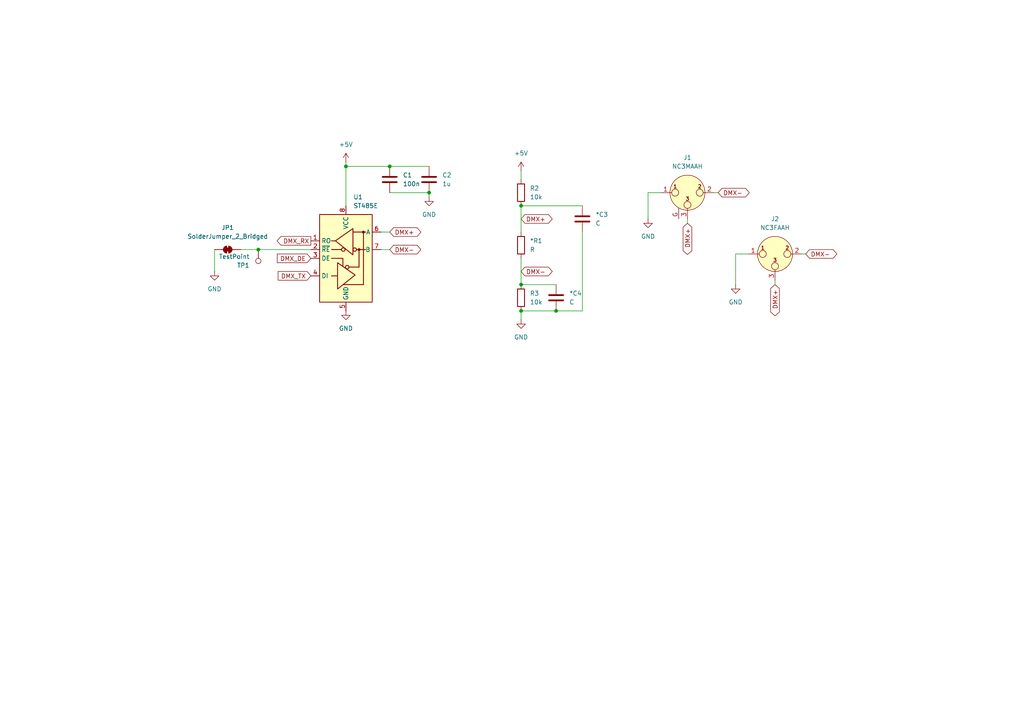
<source format=kicad_sch>
(kicad_sch
	(version 20250114)
	(generator "eeschema")
	(generator_version "9.0")
	(uuid "2753b972-6486-4cbd-a582-cd005e712118")
	(paper "A4")
	(lib_symbols
		(symbol "Connector:TestPoint"
			(pin_numbers
				(hide yes)
			)
			(pin_names
				(offset 0.762)
				(hide yes)
			)
			(exclude_from_sim no)
			(in_bom yes)
			(on_board yes)
			(property "Reference" "TP"
				(at 0 6.858 0)
				(effects
					(font
						(size 1.27 1.27)
					)
				)
			)
			(property "Value" "TestPoint"
				(at 0 5.08 0)
				(effects
					(font
						(size 1.27 1.27)
					)
				)
			)
			(property "Footprint" ""
				(at 5.08 0 0)
				(effects
					(font
						(size 1.27 1.27)
					)
					(hide yes)
				)
			)
			(property "Datasheet" "~"
				(at 5.08 0 0)
				(effects
					(font
						(size 1.27 1.27)
					)
					(hide yes)
				)
			)
			(property "Description" "test point"
				(at 0 0 0)
				(effects
					(font
						(size 1.27 1.27)
					)
					(hide yes)
				)
			)
			(property "ki_keywords" "test point tp"
				(at 0 0 0)
				(effects
					(font
						(size 1.27 1.27)
					)
					(hide yes)
				)
			)
			(property "ki_fp_filters" "Pin* Test*"
				(at 0 0 0)
				(effects
					(font
						(size 1.27 1.27)
					)
					(hide yes)
				)
			)
			(symbol "TestPoint_0_1"
				(circle
					(center 0 3.302)
					(radius 0.762)
					(stroke
						(width 0)
						(type default)
					)
					(fill
						(type none)
					)
				)
			)
			(symbol "TestPoint_1_1"
				(pin passive line
					(at 0 0 90)
					(length 2.54)
					(name "1"
						(effects
							(font
								(size 1.27 1.27)
							)
						)
					)
					(number "1"
						(effects
							(font
								(size 1.27 1.27)
							)
						)
					)
				)
			)
			(embedded_fonts no)
		)
		(symbol "Connector_Audio:NC3FAAH"
			(pin_names
				(hide yes)
			)
			(exclude_from_sim no)
			(in_bom yes)
			(on_board yes)
			(property "Reference" "J"
				(at 0 8.89 0)
				(effects
					(font
						(size 1.27 1.27)
					)
				)
			)
			(property "Value" "NC3FAAH"
				(at 0 6.35 0)
				(effects
					(font
						(size 1.27 1.27)
					)
				)
			)
			(property "Footprint" "Connector_Audio:Jack_XLR_Neutrik_NC3FAAH_Horizontal"
				(at 0 0 0)
				(effects
					(font
						(size 1.27 1.27)
					)
					(hide yes)
				)
			)
			(property "Datasheet" "https://www.neutrik.com/en/product/nc3faah"
				(at 0 0 0)
				(effects
					(font
						(size 1.27 1.27)
					)
					(hide yes)
				)
			)
			(property "Description" "AA Series, 3 pole female XLR receptacle, grounding: without ground/shell contact, horizontal PCB mount"
				(at 0 0 0)
				(effects
					(font
						(size 1.27 1.27)
					)
					(hide yes)
				)
			)
			(property "ki_keywords" "xlr connector neutrik"
				(at 0 0 0)
				(effects
					(font
						(size 1.27 1.27)
					)
					(hide yes)
				)
			)
			(property "ki_fp_filters" "Jack*XLR*"
				(at 0 0 0)
				(effects
					(font
						(size 1.27 1.27)
					)
					(hide yes)
				)
			)
			(symbol "NC3FAAH_0_1"
				(polyline
					(pts
						(xy -5.08 0) (xy -4.572 0)
					)
					(stroke
						(width 0)
						(type default)
					)
					(fill
						(type none)
					)
				)
				(circle
					(center -3.556 0)
					(radius 1.016)
					(stroke
						(width 0)
						(type default)
					)
					(fill
						(type none)
					)
				)
				(circle
					(center 0 0)
					(radius 5.08)
					(stroke
						(width 0)
						(type default)
					)
					(fill
						(type background)
					)
				)
				(circle
					(center 0 -3.556)
					(radius 1.016)
					(stroke
						(width 0)
						(type default)
					)
					(fill
						(type none)
					)
				)
				(polyline
					(pts
						(xy 0 -5.08) (xy 0 -4.572)
					)
					(stroke
						(width 0)
						(type default)
					)
					(fill
						(type none)
					)
				)
				(circle
					(center 3.556 0)
					(radius 1.016)
					(stroke
						(width 0)
						(type default)
					)
					(fill
						(type none)
					)
				)
				(polyline
					(pts
						(xy 5.08 0) (xy 4.572 0)
					)
					(stroke
						(width 0)
						(type default)
					)
					(fill
						(type none)
					)
				)
				(text "1"
					(at -3.556 1.778 0)
					(effects
						(font
							(size 1.016 1.016)
							(bold yes)
						)
					)
				)
				(text "3"
					(at 0 -1.778 0)
					(effects
						(font
							(size 1.016 1.016)
							(bold yes)
						)
					)
				)
				(text "2"
					(at 3.556 1.778 0)
					(effects
						(font
							(size 1.016 1.016)
							(bold yes)
						)
					)
				)
				(pin passive line
					(at -7.62 0 0)
					(length 2.54)
					(name "~"
						(effects
							(font
								(size 1.27 1.27)
							)
						)
					)
					(number "1"
						(effects
							(font
								(size 1.27 1.27)
							)
						)
					)
				)
				(pin passive line
					(at 0 -7.62 90)
					(length 2.54)
					(name "~"
						(effects
							(font
								(size 1.27 1.27)
							)
						)
					)
					(number "3"
						(effects
							(font
								(size 1.27 1.27)
							)
						)
					)
				)
				(pin passive line
					(at 7.62 0 180)
					(length 2.54)
					(name "~"
						(effects
							(font
								(size 1.27 1.27)
							)
						)
					)
					(number "2"
						(effects
							(font
								(size 1.27 1.27)
							)
						)
					)
				)
			)
			(embedded_fonts no)
		)
		(symbol "Connector_Audio:NC3MAAH"
			(pin_names
				(hide yes)
			)
			(exclude_from_sim no)
			(in_bom yes)
			(on_board yes)
			(property "Reference" "J"
				(at 0 8.89 0)
				(effects
					(font
						(size 1.27 1.27)
					)
				)
			)
			(property "Value" "NC3MAAH"
				(at 0 6.35 0)
				(effects
					(font
						(size 1.27 1.27)
					)
				)
			)
			(property "Footprint" "Connector_Audio:Jack_XLR_Neutrik_NC3MAAH_Horizontal"
				(at 0 0 0)
				(effects
					(font
						(size 1.27 1.27)
					)
					(hide yes)
				)
			)
			(property "Datasheet" "https://www.neutrik.com/en/product/nc3maah"
				(at 0 0 0)
				(effects
					(font
						(size 1.27 1.27)
					)
					(hide yes)
				)
			)
			(property "Description" "AA Series, 3 pole male XLR receptacle, grounding: separate ground contact to mating connector shell and front panel, horizontal PCB mount"
				(at 0 0 0)
				(effects
					(font
						(size 1.27 1.27)
					)
					(hide yes)
				)
			)
			(property "ki_keywords" "xlr connector neutrik"
				(at 0 0 0)
				(effects
					(font
						(size 1.27 1.27)
					)
					(hide yes)
				)
			)
			(property "ki_fp_filters" "Jack*XLR*"
				(at 0 0 0)
				(effects
					(font
						(size 1.27 1.27)
					)
					(hide yes)
				)
			)
			(symbol "NC3MAAH_0_1"
				(polyline
					(pts
						(xy -5.08 0) (xy -4.572 0)
					)
					(stroke
						(width 0)
						(type default)
					)
					(fill
						(type none)
					)
				)
				(circle
					(center -3.556 0)
					(radius 1.016)
					(stroke
						(width 0)
						(type default)
					)
					(fill
						(type none)
					)
				)
				(polyline
					(pts
						(xy -2.54 -5.08) (xy -2.54 -4.445)
					)
					(stroke
						(width 0)
						(type default)
					)
					(fill
						(type none)
					)
				)
				(circle
					(center 0 0)
					(radius 5.08)
					(stroke
						(width 0)
						(type default)
					)
					(fill
						(type background)
					)
				)
				(circle
					(center 0 -3.556)
					(radius 1.016)
					(stroke
						(width 0)
						(type default)
					)
					(fill
						(type none)
					)
				)
				(polyline
					(pts
						(xy 0 -5.08) (xy 0 -4.572)
					)
					(stroke
						(width 0)
						(type default)
					)
					(fill
						(type none)
					)
				)
				(circle
					(center 3.556 0)
					(radius 1.016)
					(stroke
						(width 0)
						(type default)
					)
					(fill
						(type none)
					)
				)
				(polyline
					(pts
						(xy 5.08 0) (xy 4.572 0)
					)
					(stroke
						(width 0)
						(type default)
					)
					(fill
						(type none)
					)
				)
				(text "1"
					(at -3.556 1.778 0)
					(effects
						(font
							(size 1.016 1.016)
							(bold yes)
						)
					)
				)
				(text "3"
					(at 0 -1.778 0)
					(effects
						(font
							(size 1.016 1.016)
							(bold yes)
						)
					)
				)
				(text "2"
					(at 3.556 1.778 0)
					(effects
						(font
							(size 1.016 1.016)
							(bold yes)
						)
					)
				)
				(pin passive line
					(at -7.62 0 0)
					(length 2.54)
					(name "~"
						(effects
							(font
								(size 1.27 1.27)
							)
						)
					)
					(number "1"
						(effects
							(font
								(size 1.27 1.27)
							)
						)
					)
				)
				(pin passive line
					(at 0 -7.62 90)
					(length 2.54)
					(name "~"
						(effects
							(font
								(size 1.27 1.27)
							)
						)
					)
					(number "3"
						(effects
							(font
								(size 1.27 1.27)
							)
						)
					)
				)
				(pin passive line
					(at 7.62 0 180)
					(length 2.54)
					(name "~"
						(effects
							(font
								(size 1.27 1.27)
							)
						)
					)
					(number "2"
						(effects
							(font
								(size 1.27 1.27)
							)
						)
					)
				)
			)
			(symbol "NC3MAAH_1_1"
				(pin passive line
					(at -2.54 -7.62 90)
					(length 2.54)
					(name "~"
						(effects
							(font
								(size 1.27 1.27)
							)
						)
					)
					(number "G"
						(effects
							(font
								(size 1.27 1.27)
							)
						)
					)
				)
			)
			(embedded_fonts no)
		)
		(symbol "Device:C"
			(pin_numbers
				(hide yes)
			)
			(pin_names
				(offset 0.254)
			)
			(exclude_from_sim no)
			(in_bom yes)
			(on_board yes)
			(property "Reference" "C"
				(at 0.635 2.54 0)
				(effects
					(font
						(size 1.27 1.27)
					)
					(justify left)
				)
			)
			(property "Value" "C"
				(at 0.635 -2.54 0)
				(effects
					(font
						(size 1.27 1.27)
					)
					(justify left)
				)
			)
			(property "Footprint" ""
				(at 0.9652 -3.81 0)
				(effects
					(font
						(size 1.27 1.27)
					)
					(hide yes)
				)
			)
			(property "Datasheet" "~"
				(at 0 0 0)
				(effects
					(font
						(size 1.27 1.27)
					)
					(hide yes)
				)
			)
			(property "Description" "Unpolarized capacitor"
				(at 0 0 0)
				(effects
					(font
						(size 1.27 1.27)
					)
					(hide yes)
				)
			)
			(property "ki_keywords" "cap capacitor"
				(at 0 0 0)
				(effects
					(font
						(size 1.27 1.27)
					)
					(hide yes)
				)
			)
			(property "ki_fp_filters" "C_*"
				(at 0 0 0)
				(effects
					(font
						(size 1.27 1.27)
					)
					(hide yes)
				)
			)
			(symbol "C_0_1"
				(polyline
					(pts
						(xy -2.032 0.762) (xy 2.032 0.762)
					)
					(stroke
						(width 0.508)
						(type default)
					)
					(fill
						(type none)
					)
				)
				(polyline
					(pts
						(xy -2.032 -0.762) (xy 2.032 -0.762)
					)
					(stroke
						(width 0.508)
						(type default)
					)
					(fill
						(type none)
					)
				)
			)
			(symbol "C_1_1"
				(pin passive line
					(at 0 3.81 270)
					(length 2.794)
					(name "~"
						(effects
							(font
								(size 1.27 1.27)
							)
						)
					)
					(number "1"
						(effects
							(font
								(size 1.27 1.27)
							)
						)
					)
				)
				(pin passive line
					(at 0 -3.81 90)
					(length 2.794)
					(name "~"
						(effects
							(font
								(size 1.27 1.27)
							)
						)
					)
					(number "2"
						(effects
							(font
								(size 1.27 1.27)
							)
						)
					)
				)
			)
			(embedded_fonts no)
		)
		(symbol "Device:R"
			(pin_numbers
				(hide yes)
			)
			(pin_names
				(offset 0)
			)
			(exclude_from_sim no)
			(in_bom yes)
			(on_board yes)
			(property "Reference" "R"
				(at 2.032 0 90)
				(effects
					(font
						(size 1.27 1.27)
					)
				)
			)
			(property "Value" "R"
				(at 0 0 90)
				(effects
					(font
						(size 1.27 1.27)
					)
				)
			)
			(property "Footprint" ""
				(at -1.778 0 90)
				(effects
					(font
						(size 1.27 1.27)
					)
					(hide yes)
				)
			)
			(property "Datasheet" "~"
				(at 0 0 0)
				(effects
					(font
						(size 1.27 1.27)
					)
					(hide yes)
				)
			)
			(property "Description" "Resistor"
				(at 0 0 0)
				(effects
					(font
						(size 1.27 1.27)
					)
					(hide yes)
				)
			)
			(property "ki_keywords" "R res resistor"
				(at 0 0 0)
				(effects
					(font
						(size 1.27 1.27)
					)
					(hide yes)
				)
			)
			(property "ki_fp_filters" "R_*"
				(at 0 0 0)
				(effects
					(font
						(size 1.27 1.27)
					)
					(hide yes)
				)
			)
			(symbol "R_0_1"
				(rectangle
					(start -1.016 -2.54)
					(end 1.016 2.54)
					(stroke
						(width 0.254)
						(type default)
					)
					(fill
						(type none)
					)
				)
			)
			(symbol "R_1_1"
				(pin passive line
					(at 0 3.81 270)
					(length 1.27)
					(name "~"
						(effects
							(font
								(size 1.27 1.27)
							)
						)
					)
					(number "1"
						(effects
							(font
								(size 1.27 1.27)
							)
						)
					)
				)
				(pin passive line
					(at 0 -3.81 90)
					(length 1.27)
					(name "~"
						(effects
							(font
								(size 1.27 1.27)
							)
						)
					)
					(number "2"
						(effects
							(font
								(size 1.27 1.27)
							)
						)
					)
				)
			)
			(embedded_fonts no)
		)
		(symbol "Interface_UART:ST485E"
			(exclude_from_sim no)
			(in_bom yes)
			(on_board yes)
			(property "Reference" "U"
				(at -6.985 13.97 0)
				(effects
					(font
						(size 1.27 1.27)
					)
				)
			)
			(property "Value" "ST485E"
				(at 2.54 13.97 0)
				(effects
					(font
						(size 1.27 1.27)
					)
					(justify left)
				)
			)
			(property "Footprint" "Package_SO:SOIC-8_3.9x4.9mm_P1.27mm"
				(at 0 -22.86 0)
				(effects
					(font
						(size 1.27 1.27)
					)
					(hide yes)
				)
			)
			(property "Datasheet" "http://www.st.com/resource/en/datasheet/st485eb.pdf"
				(at 0 1.27 0)
				(effects
					(font
						(size 1.27 1.27)
					)
					(hide yes)
				)
			)
			(property "Description" "Half duplex RS-485/RS-422, 5 Mbps, ±15kV ESD, 5V supply, 256 bus load, SOIC-8"
				(at 0 0 0)
				(effects
					(font
						(size 1.27 1.27)
					)
					(hide yes)
				)
			)
			(property "ki_keywords" "ST-Microelectronics half-duplex"
				(at 0 0 0)
				(effects
					(font
						(size 1.27 1.27)
					)
					(hide yes)
				)
			)
			(property "ki_fp_filters" "SOIC*3.9x4.9mm*P1.27mm*"
				(at 0 0 0)
				(effects
					(font
						(size 1.27 1.27)
					)
					(hide yes)
				)
			)
			(symbol "ST485E_0_1"
				(rectangle
					(start -7.62 12.7)
					(end 7.62 -12.7)
					(stroke
						(width 0.254)
						(type default)
					)
					(fill
						(type background)
					)
				)
				(polyline
					(pts
						(xy -4.191 2.54) (xy -1.27 2.54)
					)
					(stroke
						(width 0.254)
						(type default)
					)
					(fill
						(type none)
					)
				)
				(polyline
					(pts
						(xy -4.191 0) (xy -0.889 0) (xy -0.889 -2.286)
					)
					(stroke
						(width 0.254)
						(type default)
					)
					(fill
						(type none)
					)
				)
				(polyline
					(pts
						(xy -3.175 5.08) (xy -4.191 5.08) (xy -4.064 5.08)
					)
					(stroke
						(width 0.254)
						(type default)
					)
					(fill
						(type none)
					)
				)
				(polyline
					(pts
						(xy -2.54 -5.08) (xy -4.191 -5.08)
					)
					(stroke
						(width 0.254)
						(type default)
					)
					(fill
						(type none)
					)
				)
				(polyline
					(pts
						(xy -2.413 -5.08) (xy -2.413 -1.27) (xy 2.667 -4.826) (xy -2.413 -8.89) (xy -2.413 -5.08)
					)
					(stroke
						(width 0.254)
						(type default)
					)
					(fill
						(type none)
					)
				)
				(polyline
					(pts
						(xy -0.635 -7.62) (xy 5.08 -7.62)
					)
					(stroke
						(width 0.254)
						(type default)
					)
					(fill
						(type none)
					)
				)
				(circle
					(center 0.381 -2.54)
					(radius 0.508)
					(stroke
						(width 0.254)
						(type default)
					)
					(fill
						(type none)
					)
				)
				(polyline
					(pts
						(xy 0.889 -2.54) (xy 3.81 -2.54)
					)
					(stroke
						(width 0.254)
						(type default)
					)
					(fill
						(type none)
					)
				)
				(polyline
					(pts
						(xy 2.032 7.62) (xy 5.715 7.62)
					)
					(stroke
						(width 0.254)
						(type default)
					)
					(fill
						(type none)
					)
				)
				(polyline
					(pts
						(xy 3.048 2.54) (xy 5.715 2.54)
					)
					(stroke
						(width 0.254)
						(type default)
					)
					(fill
						(type none)
					)
				)
				(circle
					(center 3.81 2.54)
					(radius 0.2794)
					(stroke
						(width 0.254)
						(type default)
					)
					(fill
						(type outline)
					)
				)
				(polyline
					(pts
						(xy 3.81 -2.54) (xy 3.81 2.54)
					)
					(stroke
						(width 0.254)
						(type default)
					)
					(fill
						(type none)
					)
				)
				(polyline
					(pts
						(xy 5.08 -7.62) (xy 5.08 7.62)
					)
					(stroke
						(width 0.254)
						(type default)
					)
					(fill
						(type none)
					)
				)
			)
			(symbol "ST485E_1_1"
				(circle
					(center -0.762 2.54)
					(radius 0.508)
					(stroke
						(width 0.254)
						(type default)
					)
					(fill
						(type none)
					)
				)
				(polyline
					(pts
						(xy 2.032 4.826) (xy 2.032 8.636) (xy -3.048 5.08) (xy 2.032 1.016) (xy 2.032 4.826)
					)
					(stroke
						(width 0.254)
						(type default)
					)
					(fill
						(type none)
					)
				)
				(circle
					(center 2.54 2.54)
					(radius 0.508)
					(stroke
						(width 0.254)
						(type default)
					)
					(fill
						(type none)
					)
				)
				(circle
					(center 5.08 7.62)
					(radius 0.2794)
					(stroke
						(width 0.254)
						(type default)
					)
					(fill
						(type outline)
					)
				)
				(pin output line
					(at -10.16 5.08 0)
					(length 2.54)
					(name "RO"
						(effects
							(font
								(size 1.27 1.27)
							)
						)
					)
					(number "1"
						(effects
							(font
								(size 1.27 1.27)
							)
						)
					)
				)
				(pin input line
					(at -10.16 2.54 0)
					(length 2.54)
					(name "~{RE}"
						(effects
							(font
								(size 1.27 1.27)
							)
						)
					)
					(number "2"
						(effects
							(font
								(size 1.27 1.27)
							)
						)
					)
				)
				(pin input line
					(at -10.16 0 0)
					(length 2.54)
					(name "DE"
						(effects
							(font
								(size 1.27 1.27)
							)
						)
					)
					(number "3"
						(effects
							(font
								(size 1.27 1.27)
							)
						)
					)
				)
				(pin input line
					(at -10.16 -5.08 0)
					(length 2.54)
					(name "DI"
						(effects
							(font
								(size 1.27 1.27)
							)
						)
					)
					(number "4"
						(effects
							(font
								(size 1.27 1.27)
							)
						)
					)
				)
				(pin power_in line
					(at 0 15.24 270)
					(length 2.54)
					(name "VCC"
						(effects
							(font
								(size 1.27 1.27)
							)
						)
					)
					(number "8"
						(effects
							(font
								(size 1.27 1.27)
							)
						)
					)
				)
				(pin power_in line
					(at 0 -15.24 90)
					(length 2.54)
					(name "GND"
						(effects
							(font
								(size 1.27 1.27)
							)
						)
					)
					(number "5"
						(effects
							(font
								(size 1.27 1.27)
							)
						)
					)
				)
				(pin bidirectional line
					(at 10.16 7.62 180)
					(length 2.54)
					(name "A"
						(effects
							(font
								(size 1.27 1.27)
							)
						)
					)
					(number "6"
						(effects
							(font
								(size 1.27 1.27)
							)
						)
					)
				)
				(pin bidirectional line
					(at 10.16 2.54 180)
					(length 2.54)
					(name "B"
						(effects
							(font
								(size 1.27 1.27)
							)
						)
					)
					(number "7"
						(effects
							(font
								(size 1.27 1.27)
							)
						)
					)
				)
			)
			(embedded_fonts no)
		)
		(symbol "Jumper:SolderJumper_2_Bridged"
			(pin_numbers
				(hide yes)
			)
			(pin_names
				(offset 0)
				(hide yes)
			)
			(exclude_from_sim no)
			(in_bom no)
			(on_board yes)
			(property "Reference" "JP"
				(at 0 2.032 0)
				(effects
					(font
						(size 1.27 1.27)
					)
				)
			)
			(property "Value" "SolderJumper_2_Bridged"
				(at 0 -2.54 0)
				(effects
					(font
						(size 1.27 1.27)
					)
				)
			)
			(property "Footprint" ""
				(at 0 0 0)
				(effects
					(font
						(size 1.27 1.27)
					)
					(hide yes)
				)
			)
			(property "Datasheet" "~"
				(at 0 0 0)
				(effects
					(font
						(size 1.27 1.27)
					)
					(hide yes)
				)
			)
			(property "Description" "Solder Jumper, 2-pole, closed/bridged"
				(at 0 0 0)
				(effects
					(font
						(size 1.27 1.27)
					)
					(hide yes)
				)
			)
			(property "ki_keywords" "solder jumper SPST"
				(at 0 0 0)
				(effects
					(font
						(size 1.27 1.27)
					)
					(hide yes)
				)
			)
			(property "ki_fp_filters" "SolderJumper*Bridged*"
				(at 0 0 0)
				(effects
					(font
						(size 1.27 1.27)
					)
					(hide yes)
				)
			)
			(symbol "SolderJumper_2_Bridged_0_1"
				(rectangle
					(start -0.508 0.508)
					(end 0.508 -0.508)
					(stroke
						(width 0)
						(type default)
					)
					(fill
						(type outline)
					)
				)
				(polyline
					(pts
						(xy -0.254 1.016) (xy -0.254 -1.016)
					)
					(stroke
						(width 0)
						(type default)
					)
					(fill
						(type none)
					)
				)
				(arc
					(start -0.254 -1.016)
					(mid -1.2656 0)
					(end -0.254 1.016)
					(stroke
						(width 0)
						(type default)
					)
					(fill
						(type none)
					)
				)
				(arc
					(start -0.254 -1.016)
					(mid -1.2656 0)
					(end -0.254 1.016)
					(stroke
						(width 0)
						(type default)
					)
					(fill
						(type outline)
					)
				)
				(arc
					(start 0.254 1.016)
					(mid 1.2656 0)
					(end 0.254 -1.016)
					(stroke
						(width 0)
						(type default)
					)
					(fill
						(type none)
					)
				)
				(arc
					(start 0.254 1.016)
					(mid 1.2656 0)
					(end 0.254 -1.016)
					(stroke
						(width 0)
						(type default)
					)
					(fill
						(type outline)
					)
				)
				(polyline
					(pts
						(xy 0.254 1.016) (xy 0.254 -1.016)
					)
					(stroke
						(width 0)
						(type default)
					)
					(fill
						(type none)
					)
				)
			)
			(symbol "SolderJumper_2_Bridged_1_1"
				(pin passive line
					(at -3.81 0 0)
					(length 2.54)
					(name "A"
						(effects
							(font
								(size 1.27 1.27)
							)
						)
					)
					(number "1"
						(effects
							(font
								(size 1.27 1.27)
							)
						)
					)
				)
				(pin passive line
					(at 3.81 0 180)
					(length 2.54)
					(name "B"
						(effects
							(font
								(size 1.27 1.27)
							)
						)
					)
					(number "2"
						(effects
							(font
								(size 1.27 1.27)
							)
						)
					)
				)
			)
			(embedded_fonts no)
		)
		(symbol "power:+5V"
			(power)
			(pin_numbers
				(hide yes)
			)
			(pin_names
				(offset 0)
				(hide yes)
			)
			(exclude_from_sim no)
			(in_bom yes)
			(on_board yes)
			(property "Reference" "#PWR"
				(at 0 -3.81 0)
				(effects
					(font
						(size 1.27 1.27)
					)
					(hide yes)
				)
			)
			(property "Value" "+5V"
				(at 0 3.556 0)
				(effects
					(font
						(size 1.27 1.27)
					)
				)
			)
			(property "Footprint" ""
				(at 0 0 0)
				(effects
					(font
						(size 1.27 1.27)
					)
					(hide yes)
				)
			)
			(property "Datasheet" ""
				(at 0 0 0)
				(effects
					(font
						(size 1.27 1.27)
					)
					(hide yes)
				)
			)
			(property "Description" "Power symbol creates a global label with name \"+5V\""
				(at 0 0 0)
				(effects
					(font
						(size 1.27 1.27)
					)
					(hide yes)
				)
			)
			(property "ki_keywords" "global power"
				(at 0 0 0)
				(effects
					(font
						(size 1.27 1.27)
					)
					(hide yes)
				)
			)
			(symbol "+5V_0_1"
				(polyline
					(pts
						(xy -0.762 1.27) (xy 0 2.54)
					)
					(stroke
						(width 0)
						(type default)
					)
					(fill
						(type none)
					)
				)
				(polyline
					(pts
						(xy 0 2.54) (xy 0.762 1.27)
					)
					(stroke
						(width 0)
						(type default)
					)
					(fill
						(type none)
					)
				)
				(polyline
					(pts
						(xy 0 0) (xy 0 2.54)
					)
					(stroke
						(width 0)
						(type default)
					)
					(fill
						(type none)
					)
				)
			)
			(symbol "+5V_1_1"
				(pin power_in line
					(at 0 0 90)
					(length 0)
					(name "~"
						(effects
							(font
								(size 1.27 1.27)
							)
						)
					)
					(number "1"
						(effects
							(font
								(size 1.27 1.27)
							)
						)
					)
				)
			)
			(embedded_fonts no)
		)
		(symbol "power:GND"
			(power)
			(pin_numbers
				(hide yes)
			)
			(pin_names
				(offset 0)
				(hide yes)
			)
			(exclude_from_sim no)
			(in_bom yes)
			(on_board yes)
			(property "Reference" "#PWR"
				(at 0 -6.35 0)
				(effects
					(font
						(size 1.27 1.27)
					)
					(hide yes)
				)
			)
			(property "Value" "GND"
				(at 0 -3.81 0)
				(effects
					(font
						(size 1.27 1.27)
					)
				)
			)
			(property "Footprint" ""
				(at 0 0 0)
				(effects
					(font
						(size 1.27 1.27)
					)
					(hide yes)
				)
			)
			(property "Datasheet" ""
				(at 0 0 0)
				(effects
					(font
						(size 1.27 1.27)
					)
					(hide yes)
				)
			)
			(property "Description" "Power symbol creates a global label with name \"GND\" , ground"
				(at 0 0 0)
				(effects
					(font
						(size 1.27 1.27)
					)
					(hide yes)
				)
			)
			(property "ki_keywords" "global power"
				(at 0 0 0)
				(effects
					(font
						(size 1.27 1.27)
					)
					(hide yes)
				)
			)
			(symbol "GND_0_1"
				(polyline
					(pts
						(xy 0 0) (xy 0 -1.27) (xy 1.27 -1.27) (xy 0 -2.54) (xy -1.27 -1.27) (xy 0 -1.27)
					)
					(stroke
						(width 0)
						(type default)
					)
					(fill
						(type none)
					)
				)
			)
			(symbol "GND_1_1"
				(pin power_in line
					(at 0 0 270)
					(length 0)
					(name "~"
						(effects
							(font
								(size 1.27 1.27)
							)
						)
					)
					(number "1"
						(effects
							(font
								(size 1.27 1.27)
							)
						)
					)
				)
			)
			(embedded_fonts no)
		)
	)
	(junction
		(at 151.13 82.55)
		(diameter 0)
		(color 0 0 0 0)
		(uuid "0cb4a4f0-197a-4de8-b880-bc0fc02bad14")
	)
	(junction
		(at 124.46 55.88)
		(diameter 0)
		(color 0 0 0 0)
		(uuid "24d21c89-8dd9-4d08-b599-8f38c08b9c9f")
	)
	(junction
		(at 100.33 48.26)
		(diameter 0)
		(color 0 0 0 0)
		(uuid "3767011b-9153-4789-8a81-1d2168c5a9f8")
	)
	(junction
		(at 151.13 59.69)
		(diameter 0)
		(color 0 0 0 0)
		(uuid "37951c82-3bbe-44cd-932a-7eca73e38c4d")
	)
	(junction
		(at 161.29 90.17)
		(diameter 0)
		(color 0 0 0 0)
		(uuid "5d07c28a-f0cc-4a1c-bac1-5d6ff1affaf5")
	)
	(junction
		(at 151.13 90.17)
		(diameter 0)
		(color 0 0 0 0)
		(uuid "66521acf-401f-4008-bd2b-db2c65bbf5a1")
	)
	(junction
		(at 74.93 72.39)
		(diameter 0)
		(color 0 0 0 0)
		(uuid "b525edc2-7fe5-41f1-b1d2-04f1b0beae90")
	)
	(junction
		(at 113.03 48.26)
		(diameter 0)
		(color 0 0 0 0)
		(uuid "dea774a6-c050-475c-9366-4866ab5af5aa")
	)
	(wire
		(pts
			(xy 100.33 46.99) (xy 100.33 48.26)
		)
		(stroke
			(width 0)
			(type default)
		)
		(uuid "03f96549-c759-467e-a6ea-9adf4ac8ee53")
	)
	(wire
		(pts
			(xy 113.03 67.31) (xy 110.49 67.31)
		)
		(stroke
			(width 0)
			(type default)
		)
		(uuid "0b657964-603a-4fcf-b8a2-a51f9f2e79a9")
	)
	(wire
		(pts
			(xy 208.28 55.88) (xy 207.01 55.88)
		)
		(stroke
			(width 0)
			(type default)
		)
		(uuid "1815899e-db4b-4dcb-abb1-2fb562655616")
	)
	(wire
		(pts
			(xy 113.03 55.88) (xy 124.46 55.88)
		)
		(stroke
			(width 0)
			(type default)
		)
		(uuid "19fca34c-fce9-4045-9627-ca246f695428")
	)
	(wire
		(pts
			(xy 224.79 82.55) (xy 224.79 81.28)
		)
		(stroke
			(width 0)
			(type default)
		)
		(uuid "242dc96c-a212-4043-bd0e-0d8d074dd2b0")
	)
	(wire
		(pts
			(xy 124.46 57.15) (xy 124.46 55.88)
		)
		(stroke
			(width 0)
			(type default)
		)
		(uuid "268ec716-8655-4b60-bf38-2e8d2d892f34")
	)
	(wire
		(pts
			(xy 199.39 64.77) (xy 199.39 63.5)
		)
		(stroke
			(width 0)
			(type default)
		)
		(uuid "4518f74a-344c-4b4b-b98f-85b25554a9ae")
	)
	(wire
		(pts
			(xy 233.68 73.66) (xy 232.41 73.66)
		)
		(stroke
			(width 0)
			(type default)
		)
		(uuid "5a1c2d4a-61b9-43be-bf85-335a1974b493")
	)
	(wire
		(pts
			(xy 187.96 55.88) (xy 187.96 63.5)
		)
		(stroke
			(width 0)
			(type default)
		)
		(uuid "5a527dee-091b-4436-bd15-806d9fd28495")
	)
	(wire
		(pts
			(xy 151.13 90.17) (xy 151.13 92.71)
		)
		(stroke
			(width 0)
			(type default)
		)
		(uuid "5dde5068-4a1c-479d-9b02-fd49157018c1")
	)
	(wire
		(pts
			(xy 113.03 48.26) (xy 124.46 48.26)
		)
		(stroke
			(width 0)
			(type default)
		)
		(uuid "60af41e8-4fe0-46f8-b061-44ea9619d6fa")
	)
	(wire
		(pts
			(xy 113.03 72.39) (xy 110.49 72.39)
		)
		(stroke
			(width 0)
			(type default)
		)
		(uuid "640eeb32-15d4-4af9-971e-fd2bfa76d3d3")
	)
	(wire
		(pts
			(xy 151.13 49.53) (xy 151.13 52.07)
		)
		(stroke
			(width 0)
			(type default)
		)
		(uuid "6a246d7b-3a5a-4f4c-8f74-27e8e8d2b174")
	)
	(wire
		(pts
			(xy 168.91 67.31) (xy 168.91 90.17)
		)
		(stroke
			(width 0)
			(type default)
		)
		(uuid "6cced924-19b0-496a-b1cd-48f0c18515d1")
	)
	(wire
		(pts
			(xy 213.36 73.66) (xy 217.17 73.66)
		)
		(stroke
			(width 0)
			(type default)
		)
		(uuid "75fd8e46-2830-47be-85b8-662a2a2e6df1")
	)
	(wire
		(pts
			(xy 62.23 78.74) (xy 62.23 72.39)
		)
		(stroke
			(width 0)
			(type default)
		)
		(uuid "764094da-f888-4e10-96e4-d6fd862671b8")
	)
	(wire
		(pts
			(xy 151.13 74.93) (xy 151.13 82.55)
		)
		(stroke
			(width 0)
			(type default)
		)
		(uuid "9caba8b3-eadf-4863-aeed-05f5db17e7cc")
	)
	(wire
		(pts
			(xy 191.77 55.88) (xy 187.96 55.88)
		)
		(stroke
			(width 0)
			(type default)
		)
		(uuid "ad633ab6-48cb-45f3-8693-09788f877652")
	)
	(wire
		(pts
			(xy 74.93 72.39) (xy 90.17 72.39)
		)
		(stroke
			(width 0)
			(type default)
		)
		(uuid "b23f2dde-9637-496f-a320-4f2a88d5f98b")
	)
	(wire
		(pts
			(xy 168.91 90.17) (xy 161.29 90.17)
		)
		(stroke
			(width 0)
			(type default)
		)
		(uuid "bbfd2e33-3efc-4ef6-b06c-8521fdf68c69")
	)
	(wire
		(pts
			(xy 213.36 82.55) (xy 213.36 73.66)
		)
		(stroke
			(width 0)
			(type default)
		)
		(uuid "c3c32323-db0a-4df5-969b-18cc28c43c04")
	)
	(wire
		(pts
			(xy 151.13 82.55) (xy 161.29 82.55)
		)
		(stroke
			(width 0)
			(type default)
		)
		(uuid "c6611dbe-572c-43b4-9e06-6ae9bd56351a")
	)
	(wire
		(pts
			(xy 100.33 48.26) (xy 100.33 59.69)
		)
		(stroke
			(width 0)
			(type default)
		)
		(uuid "cb671281-e38b-4093-8bf7-b7bb1207eb38")
	)
	(wire
		(pts
			(xy 151.13 90.17) (xy 161.29 90.17)
		)
		(stroke
			(width 0)
			(type default)
		)
		(uuid "cd061e7d-7043-402a-87e3-86775da12017")
	)
	(wire
		(pts
			(xy 69.85 72.39) (xy 74.93 72.39)
		)
		(stroke
			(width 0)
			(type default)
		)
		(uuid "d25db1e3-d5e6-4254-8758-668a6e961e3d")
	)
	(wire
		(pts
			(xy 100.33 48.26) (xy 113.03 48.26)
		)
		(stroke
			(width 0)
			(type default)
		)
		(uuid "d7a89bca-7bf5-46da-a728-454b7de725dd")
	)
	(wire
		(pts
			(xy 151.13 59.69) (xy 151.13 67.31)
		)
		(stroke
			(width 0)
			(type default)
		)
		(uuid "e32a7607-f99c-446e-82f4-658aef0174d8")
	)
	(wire
		(pts
			(xy 151.13 59.69) (xy 168.91 59.69)
		)
		(stroke
			(width 0)
			(type default)
		)
		(uuid "fe718035-2d71-42fa-bb1a-268ee4014fd9")
	)
	(global_label "DMX_TX"
		(shape input)
		(at 90.17 80.01 180)
		(fields_autoplaced yes)
		(effects
			(font
				(size 1.27 1.27)
			)
			(justify right)
		)
		(uuid "23ad4a2a-0205-4ee6-87ca-4aefc20e6497")
		(property "Intersheetrefs" "${INTERSHEET_REFS}"
			(at 80.1092 80.01 0)
			(effects
				(font
					(size 1.27 1.27)
				)
				(justify right)
				(hide yes)
			)
		)
	)
	(global_label "DMX-"
		(shape tri_state)
		(at 151.13 78.74 0)
		(fields_autoplaced yes)
		(effects
			(font
				(size 1.27 1.27)
			)
			(justify left)
		)
		(uuid "4e79b672-1898-46f9-b7fc-81b094bfd25d")
		(property "Intersheetrefs" "${INTERSHEET_REFS}"
			(at 160.7298 78.74 0)
			(effects
				(font
					(size 1.27 1.27)
				)
				(justify left)
				(hide yes)
			)
		)
	)
	(global_label "DMX-"
		(shape tri_state)
		(at 208.28 55.88 0)
		(fields_autoplaced yes)
		(effects
			(font
				(size 1.27 1.27)
			)
			(justify left)
		)
		(uuid "75392103-2640-4faa-a77b-87eba955894a")
		(property "Intersheetrefs" "${INTERSHEET_REFS}"
			(at 217.8798 55.88 0)
			(effects
				(font
					(size 1.27 1.27)
				)
				(justify left)
				(hide yes)
			)
		)
	)
	(global_label "DMX+"
		(shape tri_state)
		(at 113.03 67.31 0)
		(fields_autoplaced yes)
		(effects
			(font
				(size 1.27 1.27)
			)
			(justify left)
		)
		(uuid "7cda18c9-16f3-4626-beca-c83f7b2df774")
		(property "Intersheetrefs" "${INTERSHEET_REFS}"
			(at 122.6298 67.31 0)
			(effects
				(font
					(size 1.27 1.27)
				)
				(justify left)
				(hide yes)
			)
		)
	)
	(global_label "DMX-"
		(shape tri_state)
		(at 113.03 72.39 0)
		(fields_autoplaced yes)
		(effects
			(font
				(size 1.27 1.27)
			)
			(justify left)
		)
		(uuid "80c1ae49-2579-4625-9630-72560ab6e467")
		(property "Intersheetrefs" "${INTERSHEET_REFS}"
			(at 122.6298 72.39 0)
			(effects
				(font
					(size 1.27 1.27)
				)
				(justify left)
				(hide yes)
			)
		)
	)
	(global_label "DMX+"
		(shape tri_state)
		(at 151.13 63.5 0)
		(fields_autoplaced yes)
		(effects
			(font
				(size 1.27 1.27)
			)
			(justify left)
		)
		(uuid "9f0b532b-e955-4c7e-bd3c-81c436f1ed84")
		(property "Intersheetrefs" "${INTERSHEET_REFS}"
			(at 160.7298 63.5 0)
			(effects
				(font
					(size 1.27 1.27)
				)
				(justify left)
				(hide yes)
			)
		)
	)
	(global_label "DMX_RX"
		(shape output)
		(at 90.17 69.85 180)
		(fields_autoplaced yes)
		(effects
			(font
				(size 1.27 1.27)
			)
			(justify right)
		)
		(uuid "b062f715-b6ce-4b5a-9fe1-11070924f9a3")
		(property "Intersheetrefs" "${INTERSHEET_REFS}"
			(at 79.8068 69.85 0)
			(effects
				(font
					(size 1.27 1.27)
				)
				(justify right)
				(hide yes)
			)
		)
	)
	(global_label "DMX-"
		(shape tri_state)
		(at 233.68 73.66 0)
		(fields_autoplaced yes)
		(effects
			(font
				(size 1.27 1.27)
			)
			(justify left)
		)
		(uuid "b656da9a-f255-462d-89ef-ae75e9037f72")
		(property "Intersheetrefs" "${INTERSHEET_REFS}"
			(at 243.2798 73.66 0)
			(effects
				(font
					(size 1.27 1.27)
				)
				(justify left)
				(hide yes)
			)
		)
	)
	(global_label "DMX_DE"
		(shape input)
		(at 90.17 74.93 180)
		(fields_autoplaced yes)
		(effects
			(font
				(size 1.27 1.27)
			)
			(justify right)
		)
		(uuid "b7f1da28-210e-42b9-b390-6222a85386dc")
		(property "Intersheetrefs" "${INTERSHEET_REFS}"
			(at 79.8673 74.93 0)
			(effects
				(font
					(size 1.27 1.27)
				)
				(justify right)
				(hide yes)
			)
		)
	)
	(global_label "DMX+"
		(shape tri_state)
		(at 224.79 82.55 270)
		(fields_autoplaced yes)
		(effects
			(font
				(size 1.27 1.27)
			)
			(justify right)
		)
		(uuid "b847e65e-fb3d-4012-a2a0-9d3bbbb41891")
		(property "Intersheetrefs" "${INTERSHEET_REFS}"
			(at 224.79 92.1498 90)
			(effects
				(font
					(size 1.27 1.27)
				)
				(justify right)
				(hide yes)
			)
		)
	)
	(global_label "DMX+"
		(shape tri_state)
		(at 199.39 64.77 270)
		(fields_autoplaced yes)
		(effects
			(font
				(size 1.27 1.27)
			)
			(justify right)
		)
		(uuid "ef6b635b-47eb-42a8-b194-8c79ee9b26db")
		(property "Intersheetrefs" "${INTERSHEET_REFS}"
			(at 199.39 74.3698 90)
			(effects
				(font
					(size 1.27 1.27)
				)
				(justify right)
				(hide yes)
			)
		)
	)
	(symbol
		(lib_id "Device:C")
		(at 161.29 86.36 0)
		(unit 1)
		(exclude_from_sim no)
		(in_bom no)
		(on_board yes)
		(dnp no)
		(fields_autoplaced yes)
		(uuid "0dc20d53-2cdf-4491-a0d2-71e760e98b63")
		(property "Reference" "*C4"
			(at 165.1 85.0899 0)
			(effects
				(font
					(size 1.27 1.27)
				)
				(justify left)
			)
		)
		(property "Value" "C"
			(at 165.1 87.6299 0)
			(effects
				(font
					(size 1.27 1.27)
				)
				(justify left)
			)
		)
		(property "Footprint" ""
			(at 162.2552 90.17 0)
			(effects
				(font
					(size 1.27 1.27)
				)
				(hide yes)
			)
		)
		(property "Datasheet" "~"
			(at 161.29 86.36 0)
			(effects
				(font
					(size 1.27 1.27)
				)
				(hide yes)
			)
		)
		(property "Description" "Unpolarized capacitor"
			(at 161.29 86.36 0)
			(effects
				(font
					(size 1.27 1.27)
				)
				(hide yes)
			)
		)
		(pin "1"
			(uuid "cc46ace9-5050-465a-996d-3fb17264141b")
		)
		(pin "2"
			(uuid "8c48a735-a98c-4e4c-8920-d6ceb9f9ca38")
		)
		(instances
			(project "dmxdude"
				(path "/bd7590c0-6a37-4bf0-a9f2-f26180744ceb/b97b4747-94eb-4c44-b864-2ea799fdae76"
					(reference "*C4")
					(unit 1)
				)
			)
		)
	)
	(symbol
		(lib_id "Interface_UART:ST485E")
		(at 100.33 74.93 0)
		(unit 1)
		(exclude_from_sim no)
		(in_bom yes)
		(on_board yes)
		(dnp no)
		(fields_autoplaced yes)
		(uuid "14b3ddeb-1384-425f-93f7-da2520b70e96")
		(property "Reference" "U1"
			(at 102.4733 57.15 0)
			(effects
				(font
					(size 1.27 1.27)
				)
				(justify left)
			)
		)
		(property "Value" "ST485E"
			(at 102.4733 59.69 0)
			(effects
				(font
					(size 1.27 1.27)
				)
				(justify left)
			)
		)
		(property "Footprint" "Package_SO:SOIC-8_3.9x4.9mm_P1.27mm"
			(at 100.33 97.79 0)
			(effects
				(font
					(size 1.27 1.27)
				)
				(hide yes)
			)
		)
		(property "Datasheet" "http://www.st.com/resource/en/datasheet/st485eb.pdf"
			(at 100.33 73.66 0)
			(effects
				(font
					(size 1.27 1.27)
				)
				(hide yes)
			)
		)
		(property "Description" "Half duplex RS-485/RS-422, 5 Mbps, ±15kV ESD, 5V supply, 256 bus load, SOIC-8"
			(at 100.33 74.93 0)
			(effects
				(font
					(size 1.27 1.27)
				)
				(hide yes)
			)
		)
		(pin "4"
			(uuid "f4d29ad3-b31c-4102-82f9-915b8fbc4555")
		)
		(pin "2"
			(uuid "71606285-be8c-4a3f-99c8-c51a0548de80")
		)
		(pin "8"
			(uuid "7790972a-17fd-4b9a-a273-09d01e29f903")
		)
		(pin "5"
			(uuid "e157b8bd-8924-4716-a8ae-352fb846c91e")
		)
		(pin "7"
			(uuid "415a7a25-49b4-4e77-bb83-6ec02c1f8aae")
		)
		(pin "1"
			(uuid "179cc105-88f4-4a37-90db-f2a42f0791af")
		)
		(pin "3"
			(uuid "2b644b83-bbf3-45f1-9e1a-440e5dc71279")
		)
		(pin "6"
			(uuid "57d65a21-77ea-4b4d-af7c-7efe759a056d")
		)
		(instances
			(project "dmxdude"
				(path "/bd7590c0-6a37-4bf0-a9f2-f26180744ceb/b97b4747-94eb-4c44-b864-2ea799fdae76"
					(reference "U1")
					(unit 1)
				)
			)
		)
	)
	(symbol
		(lib_id "power:+5V")
		(at 100.33 46.99 0)
		(unit 1)
		(exclude_from_sim no)
		(in_bom yes)
		(on_board yes)
		(dnp no)
		(fields_autoplaced yes)
		(uuid "15bfba1a-5f68-4b2d-a21f-0f492138b3cd")
		(property "Reference" "#PWR03"
			(at 100.33 50.8 0)
			(effects
				(font
					(size 1.27 1.27)
				)
				(hide yes)
			)
		)
		(property "Value" "+5V"
			(at 100.33 41.91 0)
			(effects
				(font
					(size 1.27 1.27)
				)
			)
		)
		(property "Footprint" ""
			(at 100.33 46.99 0)
			(effects
				(font
					(size 1.27 1.27)
				)
				(hide yes)
			)
		)
		(property "Datasheet" ""
			(at 100.33 46.99 0)
			(effects
				(font
					(size 1.27 1.27)
				)
				(hide yes)
			)
		)
		(property "Description" "Power symbol creates a global label with name \"+5V\""
			(at 100.33 46.99 0)
			(effects
				(font
					(size 1.27 1.27)
				)
				(hide yes)
			)
		)
		(pin "1"
			(uuid "ef6b8d69-5c54-4200-ba14-b07450ce3b12")
		)
		(instances
			(project "dmxdude"
				(path "/bd7590c0-6a37-4bf0-a9f2-f26180744ceb/b97b4747-94eb-4c44-b864-2ea799fdae76"
					(reference "#PWR03")
					(unit 1)
				)
			)
		)
	)
	(symbol
		(lib_id "Connector_Audio:NC3FAAH")
		(at 224.79 73.66 0)
		(unit 1)
		(exclude_from_sim no)
		(in_bom yes)
		(on_board yes)
		(dnp no)
		(fields_autoplaced yes)
		(uuid "2b25c2d7-09ed-4abe-b187-90db6964f4f8")
		(property "Reference" "J2"
			(at 224.79 63.5 0)
			(effects
				(font
					(size 1.27 1.27)
				)
			)
		)
		(property "Value" "NC3FAAH"
			(at 224.79 66.04 0)
			(effects
				(font
					(size 1.27 1.27)
				)
			)
		)
		(property "Footprint" "Connector_Audio:Jack_XLR_Neutrik_NC3FAAH_Horizontal"
			(at 224.79 73.66 0)
			(effects
				(font
					(size 1.27 1.27)
				)
				(hide yes)
			)
		)
		(property "Datasheet" "https://www.neutrik.com/en/product/nc3faah"
			(at 224.79 73.66 0)
			(effects
				(font
					(size 1.27 1.27)
				)
				(hide yes)
			)
		)
		(property "Description" "AA Series, 3 pole female XLR receptacle, grounding: without ground/shell contact, horizontal PCB mount"
			(at 224.79 73.66 0)
			(effects
				(font
					(size 1.27 1.27)
				)
				(hide yes)
			)
		)
		(pin "2"
			(uuid "e207967a-8d9b-4a47-a6b9-320bad072130")
		)
		(pin "1"
			(uuid "ab94fa40-8c16-4e06-839f-6c53d7a003ff")
		)
		(pin "3"
			(uuid "7783e5e5-da18-4766-8dba-151c9167ea7f")
		)
		(instances
			(project "dmxdude"
				(path "/bd7590c0-6a37-4bf0-a9f2-f26180744ceb/b97b4747-94eb-4c44-b864-2ea799fdae76"
					(reference "J2")
					(unit 1)
				)
			)
		)
	)
	(symbol
		(lib_id "Connector_Audio:NC3MAAH")
		(at 199.39 55.88 0)
		(unit 1)
		(exclude_from_sim no)
		(in_bom yes)
		(on_board yes)
		(dnp no)
		(fields_autoplaced yes)
		(uuid "3126da12-f9c3-4ccf-8c98-5c723135d87c")
		(property "Reference" "J1"
			(at 199.39 45.72 0)
			(effects
				(font
					(size 1.27 1.27)
				)
			)
		)
		(property "Value" "NC3MAAH"
			(at 199.39 48.26 0)
			(effects
				(font
					(size 1.27 1.27)
				)
			)
		)
		(property "Footprint" "Connector_Audio:Jack_XLR_Neutrik_NC3MAAH_Horizontal"
			(at 199.39 55.88 0)
			(effects
				(font
					(size 1.27 1.27)
				)
				(hide yes)
			)
		)
		(property "Datasheet" "https://www.neutrik.com/en/product/nc3maah"
			(at 199.39 55.88 0)
			(effects
				(font
					(size 1.27 1.27)
				)
				(hide yes)
			)
		)
		(property "Description" "AA Series, 3 pole male XLR receptacle, grounding: separate ground contact to mating connector shell and front panel, horizontal PCB mount"
			(at 199.39 55.88 0)
			(effects
				(font
					(size 1.27 1.27)
				)
				(hide yes)
			)
		)
		(pin "G"
			(uuid "0447df6d-023b-48a9-ba3f-607f41f6c7aa")
		)
		(pin "1"
			(uuid "57ac133a-2196-4b69-bd24-d49af72978e0")
		)
		(pin "3"
			(uuid "179e69c4-edf4-40a8-a450-4aebd771abcb")
		)
		(pin "2"
			(uuid "3f04e68e-e2ce-4e67-ad7b-2fa8eecd6bce")
		)
		(instances
			(project "dmxdude"
				(path "/bd7590c0-6a37-4bf0-a9f2-f26180744ceb/b97b4747-94eb-4c44-b864-2ea799fdae76"
					(reference "J1")
					(unit 1)
				)
			)
		)
	)
	(symbol
		(lib_id "Device:R")
		(at 151.13 55.88 0)
		(unit 1)
		(exclude_from_sim no)
		(in_bom yes)
		(on_board yes)
		(dnp no)
		(fields_autoplaced yes)
		(uuid "32f8951f-2191-4158-963a-d8d2925bfeca")
		(property "Reference" "R2"
			(at 153.67 54.6099 0)
			(effects
				(font
					(size 1.27 1.27)
				)
				(justify left)
			)
		)
		(property "Value" "10k"
			(at 153.67 57.1499 0)
			(effects
				(font
					(size 1.27 1.27)
				)
				(justify left)
			)
		)
		(property "Footprint" "Resistor_SMD:R_0603_1608Metric_Pad0.98x0.95mm_HandSolder"
			(at 149.352 55.88 90)
			(effects
				(font
					(size 1.27 1.27)
				)
				(hide yes)
			)
		)
		(property "Datasheet" "~"
			(at 151.13 55.88 0)
			(effects
				(font
					(size 1.27 1.27)
				)
				(hide yes)
			)
		)
		(property "Description" "Resistor"
			(at 151.13 55.88 0)
			(effects
				(font
					(size 1.27 1.27)
				)
				(hide yes)
			)
		)
		(pin "1"
			(uuid "a149ccf4-0281-405a-a7c0-9c8c897820e6")
		)
		(pin "2"
			(uuid "83508e80-b66e-498d-b8b4-2a07e04a54e4")
		)
		(instances
			(project "dmxdude"
				(path "/bd7590c0-6a37-4bf0-a9f2-f26180744ceb/b97b4747-94eb-4c44-b864-2ea799fdae76"
					(reference "R2")
					(unit 1)
				)
			)
		)
	)
	(symbol
		(lib_id "power:GND")
		(at 100.33 90.17 0)
		(unit 1)
		(exclude_from_sim no)
		(in_bom yes)
		(on_board yes)
		(dnp no)
		(fields_autoplaced yes)
		(uuid "33ac9a3d-6e12-4bed-aa53-b5e0f269d354")
		(property "Reference" "#PWR04"
			(at 100.33 96.52 0)
			(effects
				(font
					(size 1.27 1.27)
				)
				(hide yes)
			)
		)
		(property "Value" "GND"
			(at 100.33 95.25 0)
			(effects
				(font
					(size 1.27 1.27)
				)
			)
		)
		(property "Footprint" ""
			(at 100.33 90.17 0)
			(effects
				(font
					(size 1.27 1.27)
				)
				(hide yes)
			)
		)
		(property "Datasheet" ""
			(at 100.33 90.17 0)
			(effects
				(font
					(size 1.27 1.27)
				)
				(hide yes)
			)
		)
		(property "Description" "Power symbol creates a global label with name \"GND\" , ground"
			(at 100.33 90.17 0)
			(effects
				(font
					(size 1.27 1.27)
				)
				(hide yes)
			)
		)
		(pin "1"
			(uuid "cf1a5b4f-6858-4c1e-b137-04e36b733497")
		)
		(instances
			(project "dmxdude"
				(path "/bd7590c0-6a37-4bf0-a9f2-f26180744ceb/b97b4747-94eb-4c44-b864-2ea799fdae76"
					(reference "#PWR04")
					(unit 1)
				)
			)
		)
	)
	(symbol
		(lib_id "Connector:TestPoint")
		(at 74.93 72.39 180)
		(unit 1)
		(exclude_from_sim no)
		(in_bom no)
		(on_board yes)
		(dnp no)
		(uuid "5209e16d-869d-41fe-82b6-3e0addbe3399")
		(property "Reference" "TP1"
			(at 72.39 76.9621 0)
			(effects
				(font
					(size 1.27 1.27)
				)
				(justify left)
			)
		)
		(property "Value" "TestPoint"
			(at 72.39 74.4221 0)
			(effects
				(font
					(size 1.27 1.27)
				)
				(justify left)
			)
		)
		(property "Footprint" "Connector_PinHeader_2.54mm:PinHeader_1x01_P2.54mm_Vertical"
			(at 69.85 72.39 0)
			(effects
				(font
					(size 1.27 1.27)
				)
				(hide yes)
			)
		)
		(property "Datasheet" "~"
			(at 69.85 72.39 0)
			(effects
				(font
					(size 1.27 1.27)
				)
				(hide yes)
			)
		)
		(property "Description" "test point"
			(at 74.93 72.39 0)
			(effects
				(font
					(size 1.27 1.27)
				)
				(hide yes)
			)
		)
		(pin "1"
			(uuid "28316180-ba57-4b55-b46a-e2fd72a4e82a")
		)
		(instances
			(project "dmxdude"
				(path "/bd7590c0-6a37-4bf0-a9f2-f26180744ceb/b97b4747-94eb-4c44-b864-2ea799fdae76"
					(reference "TP1")
					(unit 1)
				)
			)
		)
	)
	(symbol
		(lib_id "Device:R")
		(at 151.13 86.36 0)
		(unit 1)
		(exclude_from_sim no)
		(in_bom yes)
		(on_board yes)
		(dnp no)
		(fields_autoplaced yes)
		(uuid "5ce32b08-7055-4d0d-a0b7-c5217de1afd8")
		(property "Reference" "R3"
			(at 153.67 85.0899 0)
			(effects
				(font
					(size 1.27 1.27)
				)
				(justify left)
			)
		)
		(property "Value" "10k"
			(at 153.67 87.6299 0)
			(effects
				(font
					(size 1.27 1.27)
				)
				(justify left)
			)
		)
		(property "Footprint" "Resistor_SMD:R_0603_1608Metric_Pad0.98x0.95mm_HandSolder"
			(at 149.352 86.36 90)
			(effects
				(font
					(size 1.27 1.27)
				)
				(hide yes)
			)
		)
		(property "Datasheet" "~"
			(at 151.13 86.36 0)
			(effects
				(font
					(size 1.27 1.27)
				)
				(hide yes)
			)
		)
		(property "Description" "Resistor"
			(at 151.13 86.36 0)
			(effects
				(font
					(size 1.27 1.27)
				)
				(hide yes)
			)
		)
		(pin "1"
			(uuid "a149ccf4-0281-405a-a7c0-9c8c897820e5")
		)
		(pin "2"
			(uuid "83508e80-b66e-498d-b8b4-2a07e04a54e3")
		)
		(instances
			(project "dmxdude"
				(path "/bd7590c0-6a37-4bf0-a9f2-f26180744ceb/b97b4747-94eb-4c44-b864-2ea799fdae76"
					(reference "R3")
					(unit 1)
				)
			)
		)
	)
	(symbol
		(lib_id "power:GND")
		(at 213.36 82.55 0)
		(unit 1)
		(exclude_from_sim no)
		(in_bom yes)
		(on_board yes)
		(dnp no)
		(fields_autoplaced yes)
		(uuid "64859020-ddfe-4ab5-af3e-ac1407ab9421")
		(property "Reference" "#PWR02"
			(at 213.36 88.9 0)
			(effects
				(font
					(size 1.27 1.27)
				)
				(hide yes)
			)
		)
		(property "Value" "GND"
			(at 213.36 87.63 0)
			(effects
				(font
					(size 1.27 1.27)
				)
			)
		)
		(property "Footprint" ""
			(at 213.36 82.55 0)
			(effects
				(font
					(size 1.27 1.27)
				)
				(hide yes)
			)
		)
		(property "Datasheet" ""
			(at 213.36 82.55 0)
			(effects
				(font
					(size 1.27 1.27)
				)
				(hide yes)
			)
		)
		(property "Description" "Power symbol creates a global label with name \"GND\" , ground"
			(at 213.36 82.55 0)
			(effects
				(font
					(size 1.27 1.27)
				)
				(hide yes)
			)
		)
		(pin "1"
			(uuid "5a7d20bd-379f-4e27-b5ba-269a3eca3126")
		)
		(instances
			(project "dmxdude"
				(path "/bd7590c0-6a37-4bf0-a9f2-f26180744ceb/b97b4747-94eb-4c44-b864-2ea799fdae76"
					(reference "#PWR02")
					(unit 1)
				)
			)
		)
	)
	(symbol
		(lib_id "Device:C")
		(at 124.46 52.07 0)
		(unit 1)
		(exclude_from_sim no)
		(in_bom yes)
		(on_board yes)
		(dnp no)
		(fields_autoplaced yes)
		(uuid "70e723bf-1981-463e-8dc4-0f5f9d870918")
		(property "Reference" "C2"
			(at 128.27 50.7999 0)
			(effects
				(font
					(size 1.27 1.27)
				)
				(justify left)
			)
		)
		(property "Value" "1u"
			(at 128.27 53.3399 0)
			(effects
				(font
					(size 1.27 1.27)
				)
				(justify left)
			)
		)
		(property "Footprint" "Capacitor_SMD:C_0603_1608Metric_Pad1.08x0.95mm_HandSolder"
			(at 125.4252 55.88 0)
			(effects
				(font
					(size 1.27 1.27)
				)
				(hide yes)
			)
		)
		(property "Datasheet" "~"
			(at 124.46 52.07 0)
			(effects
				(font
					(size 1.27 1.27)
				)
				(hide yes)
			)
		)
		(property "Description" "Unpolarized capacitor"
			(at 124.46 52.07 0)
			(effects
				(font
					(size 1.27 1.27)
				)
				(hide yes)
			)
		)
		(pin "2"
			(uuid "887bc348-079d-4038-894b-d14ee3fd9598")
		)
		(pin "1"
			(uuid "afb80756-f35a-4286-b25d-4dfae93dd026")
		)
		(instances
			(project "dmxdude"
				(path "/bd7590c0-6a37-4bf0-a9f2-f26180744ceb/b97b4747-94eb-4c44-b864-2ea799fdae76"
					(reference "C2")
					(unit 1)
				)
			)
		)
	)
	(symbol
		(lib_id "power:GND")
		(at 124.46 57.15 0)
		(unit 1)
		(exclude_from_sim no)
		(in_bom yes)
		(on_board yes)
		(dnp no)
		(fields_autoplaced yes)
		(uuid "7433b0d6-571d-4865-a3e9-508ac87a7d51")
		(property "Reference" "#PWR06"
			(at 124.46 63.5 0)
			(effects
				(font
					(size 1.27 1.27)
				)
				(hide yes)
			)
		)
		(property "Value" "GND"
			(at 124.46 62.23 0)
			(effects
				(font
					(size 1.27 1.27)
				)
			)
		)
		(property "Footprint" ""
			(at 124.46 57.15 0)
			(effects
				(font
					(size 1.27 1.27)
				)
				(hide yes)
			)
		)
		(property "Datasheet" ""
			(at 124.46 57.15 0)
			(effects
				(font
					(size 1.27 1.27)
				)
				(hide yes)
			)
		)
		(property "Description" "Power symbol creates a global label with name \"GND\" , ground"
			(at 124.46 57.15 0)
			(effects
				(font
					(size 1.27 1.27)
				)
				(hide yes)
			)
		)
		(pin "1"
			(uuid "c018cb8b-12ba-4e6c-b00f-01ac6c77cafb")
		)
		(instances
			(project "dmxdude"
				(path "/bd7590c0-6a37-4bf0-a9f2-f26180744ceb/b97b4747-94eb-4c44-b864-2ea799fdae76"
					(reference "#PWR06")
					(unit 1)
				)
			)
		)
	)
	(symbol
		(lib_id "power:+5V")
		(at 151.13 49.53 0)
		(unit 1)
		(exclude_from_sim no)
		(in_bom yes)
		(on_board yes)
		(dnp no)
		(fields_autoplaced yes)
		(uuid "84ef3723-5009-4714-a2c7-74010e949f0c")
		(property "Reference" "#PWR07"
			(at 151.13 53.34 0)
			(effects
				(font
					(size 1.27 1.27)
				)
				(hide yes)
			)
		)
		(property "Value" "+5V"
			(at 151.13 44.45 0)
			(effects
				(font
					(size 1.27 1.27)
				)
			)
		)
		(property "Footprint" ""
			(at 151.13 49.53 0)
			(effects
				(font
					(size 1.27 1.27)
				)
				(hide yes)
			)
		)
		(property "Datasheet" ""
			(at 151.13 49.53 0)
			(effects
				(font
					(size 1.27 1.27)
				)
				(hide yes)
			)
		)
		(property "Description" "Power symbol creates a global label with name \"+5V\""
			(at 151.13 49.53 0)
			(effects
				(font
					(size 1.27 1.27)
				)
				(hide yes)
			)
		)
		(pin "1"
			(uuid "6d551cab-e1b0-46e5-8c57-93afd617f2ce")
		)
		(instances
			(project "dmxdude"
				(path "/bd7590c0-6a37-4bf0-a9f2-f26180744ceb/b97b4747-94eb-4c44-b864-2ea799fdae76"
					(reference "#PWR07")
					(unit 1)
				)
			)
		)
	)
	(symbol
		(lib_id "power:GND")
		(at 62.23 78.74 0)
		(unit 1)
		(exclude_from_sim no)
		(in_bom yes)
		(on_board yes)
		(dnp no)
		(fields_autoplaced yes)
		(uuid "8ec9ea54-ccf5-4935-9938-95f5de8956c8")
		(property "Reference" "#PWR05"
			(at 62.23 85.09 0)
			(effects
				(font
					(size 1.27 1.27)
				)
				(hide yes)
			)
		)
		(property "Value" "GND"
			(at 62.23 83.82 0)
			(effects
				(font
					(size 1.27 1.27)
				)
			)
		)
		(property "Footprint" ""
			(at 62.23 78.74 0)
			(effects
				(font
					(size 1.27 1.27)
				)
				(hide yes)
			)
		)
		(property "Datasheet" ""
			(at 62.23 78.74 0)
			(effects
				(font
					(size 1.27 1.27)
				)
				(hide yes)
			)
		)
		(property "Description" "Power symbol creates a global label with name \"GND\" , ground"
			(at 62.23 78.74 0)
			(effects
				(font
					(size 1.27 1.27)
				)
				(hide yes)
			)
		)
		(pin "1"
			(uuid "e8e68565-f444-4455-967e-d466b27ee5b8")
		)
		(instances
			(project "dmxdude"
				(path "/bd7590c0-6a37-4bf0-a9f2-f26180744ceb/b97b4747-94eb-4c44-b864-2ea799fdae76"
					(reference "#PWR05")
					(unit 1)
				)
			)
		)
	)
	(symbol
		(lib_id "Device:R")
		(at 151.13 71.12 0)
		(unit 1)
		(exclude_from_sim no)
		(in_bom no)
		(on_board yes)
		(dnp no)
		(fields_autoplaced yes)
		(uuid "92c15e45-5d9e-40a7-9ba7-ad38c24fda88")
		(property "Reference" "*R1"
			(at 153.67 69.8499 0)
			(effects
				(font
					(size 1.27 1.27)
				)
				(justify left)
			)
		)
		(property "Value" "R"
			(at 153.67 72.3899 0)
			(effects
				(font
					(size 1.27 1.27)
				)
				(justify left)
			)
		)
		(property "Footprint" "Resistor_SMD:R_0201_0603Metric_Pad0.64x0.40mm_HandSolder"
			(at 149.352 71.12 90)
			(effects
				(font
					(size 1.27 1.27)
				)
				(hide yes)
			)
		)
		(property "Datasheet" "~"
			(at 151.13 71.12 0)
			(effects
				(font
					(size 1.27 1.27)
				)
				(hide yes)
			)
		)
		(property "Description" "Resistor"
			(at 151.13 71.12 0)
			(effects
				(font
					(size 1.27 1.27)
				)
				(hide yes)
			)
		)
		(pin "1"
			(uuid "a149ccf4-0281-405a-a7c0-9c8c897820e7")
		)
		(pin "2"
			(uuid "83508e80-b66e-498d-b8b4-2a07e04a54e5")
		)
		(instances
			(project "dmxdude"
				(path "/bd7590c0-6a37-4bf0-a9f2-f26180744ceb/b97b4747-94eb-4c44-b864-2ea799fdae76"
					(reference "*R1")
					(unit 1)
				)
			)
		)
	)
	(symbol
		(lib_id "power:GND")
		(at 187.96 63.5 0)
		(unit 1)
		(exclude_from_sim no)
		(in_bom yes)
		(on_board yes)
		(dnp no)
		(fields_autoplaced yes)
		(uuid "b11aa985-a526-4197-83c6-e7d64993a9f3")
		(property "Reference" "#PWR01"
			(at 187.96 69.85 0)
			(effects
				(font
					(size 1.27 1.27)
				)
				(hide yes)
			)
		)
		(property "Value" "GND"
			(at 187.96 68.58 0)
			(effects
				(font
					(size 1.27 1.27)
				)
			)
		)
		(property "Footprint" ""
			(at 187.96 63.5 0)
			(effects
				(font
					(size 1.27 1.27)
				)
				(hide yes)
			)
		)
		(property "Datasheet" ""
			(at 187.96 63.5 0)
			(effects
				(font
					(size 1.27 1.27)
				)
				(hide yes)
			)
		)
		(property "Description" "Power symbol creates a global label with name \"GND\" , ground"
			(at 187.96 63.5 0)
			(effects
				(font
					(size 1.27 1.27)
				)
				(hide yes)
			)
		)
		(pin "1"
			(uuid "5a7d20bd-379f-4e27-b5ba-269a3eca3125")
		)
		(instances
			(project "dmxdude"
				(path "/bd7590c0-6a37-4bf0-a9f2-f26180744ceb/b97b4747-94eb-4c44-b864-2ea799fdae76"
					(reference "#PWR01")
					(unit 1)
				)
			)
		)
	)
	(symbol
		(lib_id "Jumper:SolderJumper_2_Bridged")
		(at 66.04 72.39 0)
		(unit 1)
		(exclude_from_sim no)
		(in_bom no)
		(on_board yes)
		(dnp no)
		(fields_autoplaced yes)
		(uuid "b5e957bd-3c84-4bff-a925-a99bbb475235")
		(property "Reference" "JP1"
			(at 66.04 66.04 0)
			(effects
				(font
					(size 1.27 1.27)
				)
			)
		)
		(property "Value" "SolderJumper_2_Bridged"
			(at 66.04 68.58 0)
			(effects
				(font
					(size 1.27 1.27)
				)
			)
		)
		(property "Footprint" ""
			(at 66.04 72.39 0)
			(effects
				(font
					(size 1.27 1.27)
				)
				(hide yes)
			)
		)
		(property "Datasheet" "~"
			(at 66.04 72.39 0)
			(effects
				(font
					(size 1.27 1.27)
				)
				(hide yes)
			)
		)
		(property "Description" "Solder Jumper, 2-pole, closed/bridged"
			(at 66.04 72.39 0)
			(effects
				(font
					(size 1.27 1.27)
				)
				(hide yes)
			)
		)
		(pin "2"
			(uuid "68bc8dcb-911a-4a31-a1fe-ecb157681c38")
		)
		(pin "1"
			(uuid "141b9d9c-a2de-4e04-9922-0d31a0cfaf3e")
		)
		(instances
			(project "dmxdude"
				(path "/bd7590c0-6a37-4bf0-a9f2-f26180744ceb/b97b4747-94eb-4c44-b864-2ea799fdae76"
					(reference "JP1")
					(unit 1)
				)
			)
		)
	)
	(symbol
		(lib_id "Device:C")
		(at 168.91 63.5 0)
		(unit 1)
		(exclude_from_sim no)
		(in_bom no)
		(on_board yes)
		(dnp no)
		(fields_autoplaced yes)
		(uuid "b8e0a31b-d41c-4ecc-9441-3bf982940756")
		(property "Reference" "*C3"
			(at 172.72 62.2299 0)
			(effects
				(font
					(size 1.27 1.27)
				)
				(justify left)
			)
		)
		(property "Value" "C"
			(at 172.72 64.7699 0)
			(effects
				(font
					(size 1.27 1.27)
				)
				(justify left)
			)
		)
		(property "Footprint" ""
			(at 169.8752 67.31 0)
			(effects
				(font
					(size 1.27 1.27)
				)
				(hide yes)
			)
		)
		(property "Datasheet" "~"
			(at 168.91 63.5 0)
			(effects
				(font
					(size 1.27 1.27)
				)
				(hide yes)
			)
		)
		(property "Description" "Unpolarized capacitor"
			(at 168.91 63.5 0)
			(effects
				(font
					(size 1.27 1.27)
				)
				(hide yes)
			)
		)
		(pin "1"
			(uuid "cc46ace9-5050-465a-996d-3fb17264141a")
		)
		(pin "2"
			(uuid "8c48a735-a98c-4e4c-8920-d6ceb9f9ca37")
		)
		(instances
			(project "dmxdude"
				(path "/bd7590c0-6a37-4bf0-a9f2-f26180744ceb/b97b4747-94eb-4c44-b864-2ea799fdae76"
					(reference "*C3")
					(unit 1)
				)
			)
		)
	)
	(symbol
		(lib_id "Device:C")
		(at 113.03 52.07 0)
		(unit 1)
		(exclude_from_sim no)
		(in_bom yes)
		(on_board yes)
		(dnp no)
		(fields_autoplaced yes)
		(uuid "be33dfb0-1840-4197-9bdf-db57a8d2bbee")
		(property "Reference" "C1"
			(at 116.84 50.7999 0)
			(effects
				(font
					(size 1.27 1.27)
				)
				(justify left)
			)
		)
		(property "Value" "100n"
			(at 116.84 53.3399 0)
			(effects
				(font
					(size 1.27 1.27)
				)
				(justify left)
			)
		)
		(property "Footprint" "Capacitor_SMD:C_0603_1608Metric_Pad1.08x0.95mm_HandSolder"
			(at 113.9952 55.88 0)
			(effects
				(font
					(size 1.27 1.27)
				)
				(hide yes)
			)
		)
		(property "Datasheet" "~"
			(at 113.03 52.07 0)
			(effects
				(font
					(size 1.27 1.27)
				)
				(hide yes)
			)
		)
		(property "Description" "Unpolarized capacitor"
			(at 113.03 52.07 0)
			(effects
				(font
					(size 1.27 1.27)
				)
				(hide yes)
			)
		)
		(pin "2"
			(uuid "887bc348-079d-4038-894b-d14ee3fd9599")
		)
		(pin "1"
			(uuid "afb80756-f35a-4286-b25d-4dfae93dd027")
		)
		(instances
			(project "dmxdude"
				(path "/bd7590c0-6a37-4bf0-a9f2-f26180744ceb/b97b4747-94eb-4c44-b864-2ea799fdae76"
					(reference "C1")
					(unit 1)
				)
			)
		)
	)
	(symbol
		(lib_id "power:GND")
		(at 151.13 92.71 0)
		(unit 1)
		(exclude_from_sim no)
		(in_bom yes)
		(on_board yes)
		(dnp no)
		(fields_autoplaced yes)
		(uuid "e5f54bbb-b529-4124-b8d2-47a3650efa99")
		(property "Reference" "#PWR08"
			(at 151.13 99.06 0)
			(effects
				(font
					(size 1.27 1.27)
				)
				(hide yes)
			)
		)
		(property "Value" "GND"
			(at 151.13 97.79 0)
			(effects
				(font
					(size 1.27 1.27)
				)
			)
		)
		(property "Footprint" ""
			(at 151.13 92.71 0)
			(effects
				(font
					(size 1.27 1.27)
				)
				(hide yes)
			)
		)
		(property "Datasheet" ""
			(at 151.13 92.71 0)
			(effects
				(font
					(size 1.27 1.27)
				)
				(hide yes)
			)
		)
		(property "Description" "Power symbol creates a global label with name \"GND\" , ground"
			(at 151.13 92.71 0)
			(effects
				(font
					(size 1.27 1.27)
				)
				(hide yes)
			)
		)
		(pin "1"
			(uuid "bf6b1786-37b2-4a5a-af04-9197814e650f")
		)
		(instances
			(project "dmxdude"
				(path "/bd7590c0-6a37-4bf0-a9f2-f26180744ceb/b97b4747-94eb-4c44-b864-2ea799fdae76"
					(reference "#PWR08")
					(unit 1)
				)
			)
		)
	)
)

</source>
